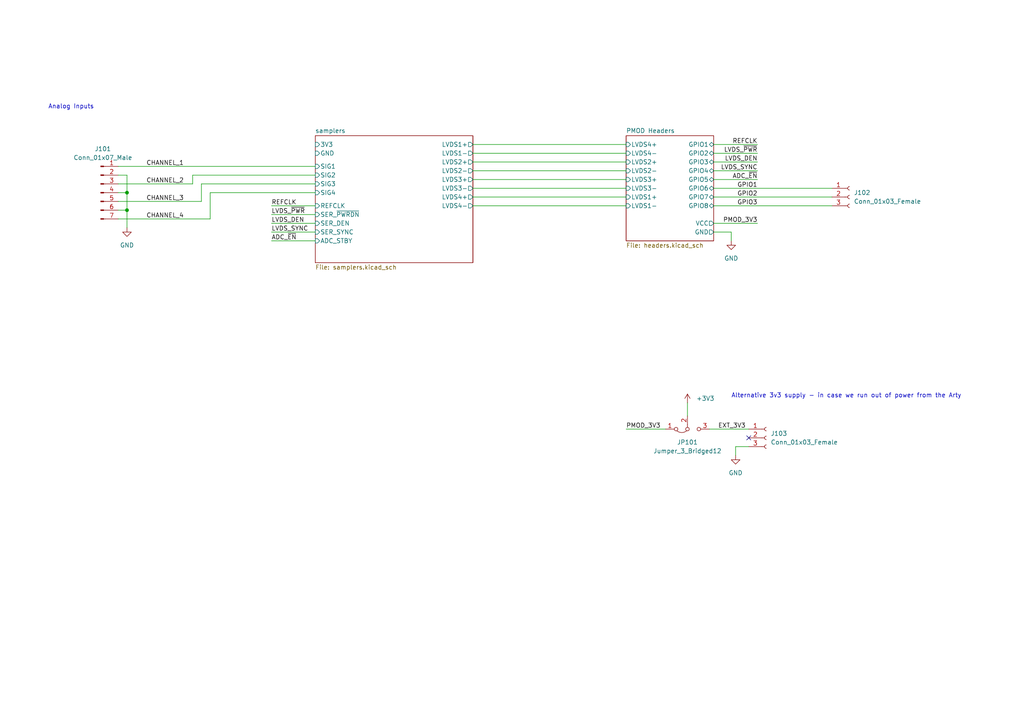
<source format=kicad_sch>
(kicad_sch (version 20211123) (generator eeschema)
  (paper "A4")
  (lib_symbols
    (symbol "Connector:Conn_01x03_Female" (pin_names (offset 1.016) hide)
      (property "Reference" "J" (at 0 5.08 0))
      (property "Value" "Conn_01x03_Female" (at 0 -5.08 0))
      (symbol "Conn_01x03_Female_1_1"
        (arc (start 0 -2.032) (mid -0.508 -2.54) (end 0 -3.048) (stroke (width 0.1524)))
        (polyline (pts (xy -1.27 -2.54) (xy -0.508 -2.54)) (stroke (width 0.1524)))
        (polyline (pts (xy -1.27 0) (xy -0.508 0)) (stroke (width 0.1524)))
        (polyline (pts (xy -1.27 2.54) (xy -0.508 2.54)) (stroke (width 0.1524)))
        (arc (start 0 0.508) (mid -0.508 0) (end 0 -0.508) (stroke (width 0.1524)))
        (arc (start 0 3.048) (mid -0.508 2.54) (end 0 2.032) (stroke (width 0.1524)))
        (pin passive line (at -5.08 2.54 0) (length 3.81) (name "Pin_1") (number "1"))
        (pin passive line (at -5.08 0 0) (length 3.81) (name "Pin_2") (number "2"))
        (pin passive line (at -5.08 -2.54 0) (length 3.81) (name "Pin_3") (number "3"))
      )
    )
    (symbol "Connector:Conn_01x07_Male" (pin_names (offset 1.016) hide)
      (property "Reference" "J" (at 0 10.16 0))
      (property "Value" "Conn_01x07_Male" (at 0 -10.16 0))
      (symbol "Conn_01x07_Male_1_1"
        (polyline (pts (xy 1.27 -7.62) (xy 0.8636 -7.62)) (stroke (width 0.1524)))
        (polyline (pts (xy 1.27 -5.08) (xy 0.8636 -5.08)) (stroke (width 0.1524)))
        (polyline (pts (xy 1.27 -2.54) (xy 0.8636 -2.54)) (stroke (width 0.1524)))
        (polyline (pts (xy 1.27 0) (xy 0.8636 0)) (stroke (width 0.1524)))
        (polyline (pts (xy 1.27 2.54) (xy 0.8636 2.54)) (stroke (width 0.1524)))
        (polyline (pts (xy 1.27 5.08) (xy 0.8636 5.08)) (stroke (width 0.1524)))
        (polyline (pts (xy 1.27 7.62) (xy 0.8636 7.62)) (stroke (width 0.1524)))
        (rectangle (start 0.8636 -7.493) (end 0 -7.747) (stroke (width 0.1524)) (fill (type outline)))
        (rectangle (start 0.8636 -4.953) (end 0 -5.207) (stroke (width 0.1524)) (fill (type outline)))
        (rectangle (start 0.8636 -2.413) (end 0 -2.667) (stroke (width 0.1524)) (fill (type outline)))
        (rectangle (start 0.8636 0.127) (end 0 -0.127) (stroke (width 0.1524)) (fill (type outline)))
        (rectangle (start 0.8636 2.667) (end 0 2.413) (stroke (width 0.1524)) (fill (type outline)))
        (rectangle (start 0.8636 5.207) (end 0 4.953) (stroke (width 0.1524)) (fill (type outline)))
        (rectangle (start 0.8636 7.747) (end 0 7.493) (stroke (width 0.1524)) (fill (type outline)))
        (pin passive line (at 5.08 7.62 180) (length 3.81) (name "Pin_1") (number "1"))
        (pin passive line (at 5.08 5.08 180) (length 3.81) (name "Pin_2") (number "2"))
        (pin passive line (at 5.08 2.54 180) (length 3.81) (name "Pin_3") (number "3"))
        (pin passive line (at 5.08 0 180) (length 3.81) (name "Pin_4") (number "4"))
        (pin passive line (at 5.08 -2.54 180) (length 3.81) (name "Pin_5") (number "5"))
        (pin passive line (at 5.08 -5.08 180) (length 3.81) (name "Pin_6") (number "6"))
        (pin passive line (at 5.08 -7.62 180) (length 3.81) (name "Pin_7") (number "7"))
      )
    )
    (symbol "Jumper:Jumper_3_Bridged12" (pin_names (offset 0) hide)
      (property "Reference" "JP" (at -2.54 -2.54 0))
      (property "Value" "Jumper_3_Bridged12" (at 0 2.794 0))
      (symbol "Jumper_3_Bridged12_0_0"
        (circle (center -3.302 0) (radius 0.508))
        (circle (center 0 0) (radius 0.508))
        (circle (center 3.302 0) (radius 0.508))
      )
      (symbol "Jumper_3_Bridged12_0_1"
        (arc (start -0.254 0.508) (mid -1.651 0.9912) (end -3.048 0.508))
        (polyline (pts (xy 0 -1.27) (xy 0 -0.508)))
      )
      (symbol "Jumper_3_Bridged12_1_1"
        (pin passive line (at -6.35 0 0) (length 2.54) (name "A") (number "1"))
        (pin passive line (at 0 -3.81 90) (length 2.54) (name "C") (number "2"))
        (pin passive line (at 6.35 0 180) (length 2.54) (name "B") (number "3"))
      )
    )
    (symbol "power:+3V3" (power) (pin_names (offset 0))
      (property "Value" "+3V3" (at 0 3.556 0))
      (symbol "+3V3_0_1"
        (polyline (pts (xy -0.762 1.27) (xy 0 2.54)))
        (polyline (pts (xy 0 0) (xy 0 2.54)))
        (polyline (pts (xy 0 2.54) (xy 0.762 1.27)))
      )
      (symbol "+3V3_1_1"
        (pin power_in line (at 0 0 90) (length 0) hide (name "+3V3") (number "1"))
      )
    )
    (symbol "power:GND" (power) (pin_names (offset 0))
      (property "Value" "GND" (at 0 -3.81 0))
      (symbol "GND_0_1"
        (polyline (pts (xy 0 0) (xy 0 -1.27) (xy 1.27 -1.27) (xy 0 -2.54) (xy -1.27 -1.27) (xy 0 -1.27)))
      )
      (symbol "GND_1_1"
        (pin power_in line (at 0 0 270) (length 0) hide (name "GND") (number "1"))
      )
    )
  )
  (junction (at 36.83 60.96))
  (junction (at 36.83 55.88))
  (no_connect (at 217.17 127))
  (wire (pts (xy 36.83 55.88) (xy 36.83 60.96)))
  (wire (pts (xy 91.44 62.23) (xy 78.74 62.23)))
  (wire (pts (xy 34.29 63.5) (xy 60.96 63.5)))
  (wire (pts (xy 34.29 48.26) (xy 91.44 48.26)))
  (wire (pts (xy 205.74 124.46) (xy 217.17 124.46)))
  (wire (pts (xy 207.01 52.07) (xy 219.71 52.07)))
  (wire (pts (xy 207.01 41.91) (xy 219.71 41.91)))
  (wire (pts (xy 60.96 63.5) (xy 60.96 55.88)))
  (wire (pts (xy 137.16 52.07) (xy 181.61 52.07)))
  (wire (pts (xy 36.83 60.96) (xy 36.83 66.04)))
  (wire (pts (xy 91.44 64.77) (xy 78.74 64.77)))
  (wire (pts (xy 213.36 129.54) (xy 213.36 132.08)))
  (wire (pts (xy 34.29 60.96) (xy 36.83 60.96)))
  (wire (pts (xy 91.44 59.69) (xy 78.74 59.69)))
  (wire (pts (xy 34.29 55.88) (xy 36.83 55.88)))
  (wire (pts (xy 34.29 53.34) (xy 55.88 53.34)))
  (wire (pts (xy 207.01 49.53) (xy 219.71 49.53)))
  (wire (pts (xy 55.88 53.34) (xy 55.88 50.8)))
  (wire (pts (xy 78.74 69.85) (xy 91.44 69.85)))
  (wire (pts (xy 34.29 58.42) (xy 58.42 58.42)))
  (wire (pts (xy 137.16 46.99) (xy 181.61 46.99)))
  (wire (pts (xy 199.39 116.84) (xy 199.39 120.65)))
  (wire (pts (xy 207.01 54.61) (xy 241.3 54.61)))
  (wire (pts (xy 207.01 57.15) (xy 241.3 57.15)))
  (wire (pts (xy 181.61 124.46) (xy 193.04 124.46)))
  (wire (pts (xy 137.16 49.53) (xy 181.61 49.53)))
  (wire (pts (xy 34.29 50.8) (xy 36.83 50.8)))
  (wire (pts (xy 207.01 59.69) (xy 241.3 59.69)))
  (wire (pts (xy 58.42 58.42) (xy 58.42 53.34)))
  (wire (pts (xy 137.16 59.69) (xy 181.61 59.69)))
  (wire (pts (xy 91.44 67.31) (xy 78.74 67.31)))
  (wire (pts (xy 207.01 64.77) (xy 219.71 64.77)))
  (wire (pts (xy 207.01 44.45) (xy 219.71 44.45)))
  (wire (pts (xy 55.88 50.8) (xy 91.44 50.8)))
  (wire (pts (xy 137.16 57.15) (xy 181.61 57.15)))
  (wire (pts (xy 137.16 54.61) (xy 181.61 54.61)))
  (wire (pts (xy 58.42 53.34) (xy 91.44 53.34)))
  (wire (pts (xy 217.17 129.54) (xy 213.36 129.54)))
  (wire (pts (xy 60.96 55.88) (xy 91.44 55.88)))
  (wire (pts (xy 137.16 44.45) (xy 181.61 44.45)))
  (wire (pts (xy 207.01 46.99) (xy 219.71 46.99)))
  (wire (pts (xy 36.83 50.8) (xy 36.83 55.88)))
  (wire (pts (xy 212.09 67.31) (xy 212.09 69.85)))
  (wire (pts (xy 137.16 41.91) (xy 181.61 41.91)))
  (wire (pts (xy 207.01 67.31) (xy 212.09 67.31)))
  (text "Analog Inputs\n" (at 13.97 31.75 0) (effects (font (size 1.27 1.27)) (justify left bottom)))
  (text "Alternative 3v3 supply - in case we run out of power from the Arty" (at 212.09 115.57 0) (effects (font (size 1.27 1.27)) (justify left bottom)))
  (label "GPIO3" (at 219.71 59.69 180))
  (label "CHANNEL_4" (at 53.34 63.5 180))
  (label "GPIO1" (at 219.71 54.61 180))
  (label "PMOD_3V3" (at 219.71 64.77 180))
  (label "REFCLK" (at 78.74 59.69 0))
  (label "EXT_3V3" (at 208.28 124.46 0))
  (label "ADC_~{EN}" (at 78.74 69.85 0))
  (label "CHANNEL_2" (at 53.34 53.34 180))
  (label "LVDS_SYNC" (at 219.71 49.53 180))
  (label "LVDS_DEN" (at 78.74 64.77 0))
  (label "LVDS_DEN" (at 219.71 46.99 180))
  (label "GPIO2" (at 219.71 57.15 180))
  (label "LVDS_SYNC" (at 78.74 67.31 0))
  (label "ADC_~{EN}" (at 219.71 52.07 180))
  (label "PMOD_3V3" (at 181.61 124.46 0))
  (label "LVDS_~{PWR}" (at 219.71 44.45 180))
  (label "LVDS_~{PWR}" (at 78.74 62.23 0))
  (label "CHANNEL_1" (at 53.34 48.26 180))
  (label "CHANNEL_3" (at 53.34 58.42 180))
  (label "REFCLK" (at 219.71 41.91 180))
  (symbol (lib_id "power:GND") (at 36.83 66.04 0) (unit 1)
    (property "Reference" "#PWR0101" (effects hide))
    (property "Value" "GND" (at 36.83 71.12 0))
  )
  (symbol (lib_id "power:GND") (at 213.36 132.08 0) (unit 1)
    (property "Reference" "#PWR0104" (effects hide))
    (property "Value" "GND" (at 213.36 137.16 0))
  )
  (symbol (lib_id "Jumper:Jumper_3_Bridged12") (at 199.39 124.46 0) (mirror x) (unit 1)
    (property "Reference" "JP101" (at 199.39 128.27 0))
    (property "Value" "Jumper_3_Bridged12" (at 199.39 130.81 0))
    (property "Footprint" "Jumper:SolderJumper-3_P1.3mm_Bridged2Bar12_RoundedPad1.0x1.5mm" (effects hide))
  )
  (symbol (lib_id "power:+3V3") (at 199.39 116.84 0) (unit 1)
    (property "Reference" "#PWR0103" (effects hide))
    (property "Value" "+3V3" (at 201.93 115.5699 0) (effects (justify left)))
  )
  (symbol (lib_id "Connector:Conn_01x03_Female") (at 222.25 127 0) (unit 1)
    (property "Reference" "J103" (at 223.52 125.7299 0) (effects (justify left)))
    (property "Value" "Conn_01x03_Female" (at 223.52 128.2699 0) (effects (justify left)))
    (property "Footprint" "Connector_PinSocket_2.54mm:PinSocket_1x03_P2.54mm_Vertical" (effects hide))
    (property "Datasheet" "http://suddendocs.samtec.com/catalog_english/ssw_th.pdf" (effects hide))
    (property "MPN" "SSW-103-01-F-S" (effects hide))
    (property "Manufacturer" "Samtec Inc." (effects hide))
    (property "DPN" "SAM11930-ND" (effects hide))
    (property "Distributor" "DigiKey" (effects hide))
  )
  (symbol (lib_id "Connector:Conn_01x07_Male") (at 29.21 55.88 0) (unit 1)
    (property "Reference" "J101" (at 29.845 43.18 0))
    (property "Value" "Conn_01x07_Male" (at 29.845 45.72 0))
    (property "Footprint" "Connector_PinHeader_2.54mm:PinHeader_1x07_P2.54mm_Horizontal" (effects hide))
    (property "Datasheet" "https://app.adam-tech.com/products/download/data_sheet/201281/ph1rb-xx-ua-data-sheet.pdf" (effects hide))
    (property "MPN" "PH1RB-07-UA" (effects hide))
    (property "Manufacturer" "Adam Tech" (effects hide))
    (property "DPN" "2057-PH1RB-07-UA-ND" (effects hide))
    (property "Distributor" "DigiKey" (effects hide))
  )
  (symbol (lib_id "power:GND") (at 212.09 69.85 0) (unit 1)
    (property "Reference" "#PWR0102" (effects hide))
    (property "Value" "GND" (at 212.09 74.93 0))
  )
  (symbol (lib_id "Connector:Conn_01x03_Female") (at 246.38 57.15 0) (unit 1)
    (property "Reference" "J102" (at 247.65 55.8799 0) (effects (justify left)))
    (property "Value" "Conn_01x03_Female" (at 247.65 58.4199 0) (effects (justify left)))
    (property "Footprint" "Connector_PinSocket_2.54mm:PinSocket_1x03_P2.54mm_Vertical" (effects hide))
    (property "Datasheet" "http://suddendocs.samtec.com/catalog_english/ssw_th.pdf" (effects hide))
    (property "MPN" "SSW-103-01-F-S" (effects hide))
    (property "Manufacturer" "Samtec Inc." (effects hide))
    (property "DPN" "SAM11930-ND" (effects hide))
    (property "Distributor" "DigiKey" (effects hide))
  )
  (sheet (at 181.61 39.37) (size 25.4 30.48) (stroke (width 0.1524))
    (property "Sheet name" "PMOD Headers" (at 181.61 38.6584 0) (effects (justify left bottom)))
    (property "Sheet file" "headers.kicad_sch" (at 181.61 70.4346 0) (effects (justify left top)))
    (pin "GPIO7" bidirectional (at 207.01 57.15 0))
    (pin "GPIO8" bidirectional (at 207.01 59.69 0))
    (pin "LVDS2+" input (at 181.61 46.99 180))
    (pin "LVDS1+" input (at 181.61 57.15 180))
    (pin "LVDS1-" input (at 181.61 59.69 180))
    (pin "LVDS2-" input (at 181.61 49.53 180))
    (pin "LVDS4+" input (at 181.61 41.91 180))
    (pin "LVDS3+" input (at 181.61 52.07 180))
    (pin "LVDS3-" input (at 181.61 54.61 180))
    (pin "LVDS4-" input (at 181.61 44.45 180))
    (pin "GPIO4" bidirectional (at 207.01 49.53 0))
    (pin "GPIO1" bidirectional (at 207.01 41.91 0))
    (pin "GPIO2" bidirectional (at 207.01 44.45 0))
    (pin "GPIO3" bidirectional (at 207.01 46.99 0))
    (pin "GPIO5" bidirectional (at 207.01 52.07 0))
    (pin "GPIO6" bidirectional (at 207.01 54.61 0))
    (pin "GND" output (at 207.01 67.31 0))
    (pin "VCC" output (at 207.01 64.77 0))
  )
  (sheet (at 91.44 39.37) (size 45.72 36.83) (stroke (width 0.1524))
    (property "Sheet name" "samplers" (at 91.44 38.6584 0) (effects (justify left bottom)))
    (property "Sheet file" "samplers.kicad_sch" (at 91.44 76.7846 0) (effects (justify left top)))
    (pin "3V3" input (at 91.44 41.91 180))
    (pin "GND" input (at 91.44 44.45 180))
    (pin "ADC_STBY" input (at 91.44 69.85 180))
    (pin "SIG2" input (at 91.44 50.8 180))
    (pin "REFCLK" input (at 91.44 59.69 180))
    (pin "SIG1" input (at 91.44 48.26 180))
    (pin "SIG3" input (at 91.44 53.34 180))
    (pin "SER_SYNC" input (at 91.44 67.31 180))
    (pin "SER_DEN" input (at 91.44 64.77 180))
    (pin "SER_~{PWRDN}" input (at 91.44 62.23 180))
    (pin "LVDS1+" output (at 137.16 41.91 0))
    (pin "LVDS1-" output (at 137.16 44.45 0))
    (pin "LVDS4+" output (at 137.16 57.15 0))
    (pin "LVDS4-" output (at 137.16 59.69 0))
    (pin "LVDS3+" output (at 137.16 52.07 0))
    (pin "LVDS3-" output (at 137.16 54.61 0))
    (pin "LVDS2+" output (at 137.16 46.99 0))
    (pin "LVDS2-" output (at 137.16 49.53 0))
    (pin "SIG4" input (at 91.44 55.88 180))
  )
)
</source>
